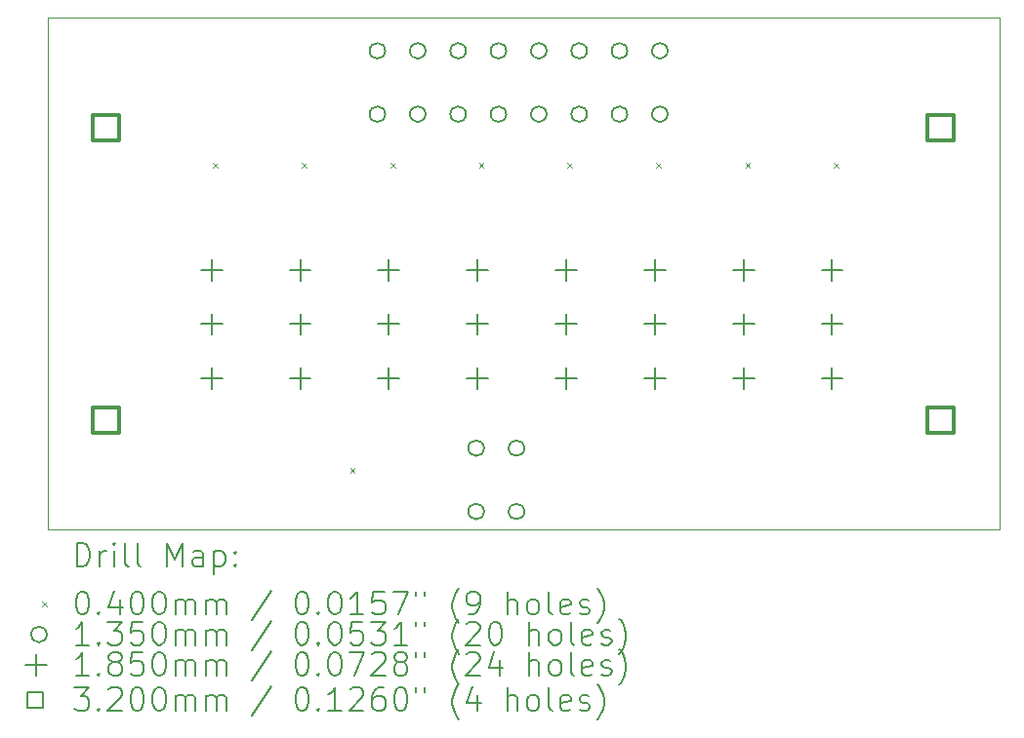
<source format=gbr>
%TF.GenerationSoftware,KiCad,Pcbnew,7.0.7*%
%TF.CreationDate,2023-09-05T00:15:27-07:00*%
%TF.ProjectId,Power Supply Board Ground Systems V1.1,506f7765-7220-4537-9570-706c7920426f,rev?*%
%TF.SameCoordinates,Original*%
%TF.FileFunction,Drillmap*%
%TF.FilePolarity,Positive*%
%FSLAX45Y45*%
G04 Gerber Fmt 4.5, Leading zero omitted, Abs format (unit mm)*
G04 Created by KiCad (PCBNEW 7.0.7) date 2023-09-05 00:15:27*
%MOMM*%
%LPD*%
G01*
G04 APERTURE LIST*
%ADD10C,0.100000*%
%ADD11C,0.200000*%
%ADD12C,0.040000*%
%ADD13C,0.135000*%
%ADD14C,0.185000*%
%ADD15C,0.320000*%
G04 APERTURE END LIST*
D10*
X2540000Y-2540000D02*
X10795000Y-2540000D01*
X10795000Y-6985000D01*
X2540000Y-6985000D01*
X2540000Y-2540000D01*
D11*
D12*
X3976340Y-3797700D02*
X4016340Y-3837700D01*
X4016340Y-3797700D02*
X3976340Y-3837700D01*
X4745960Y-3797700D02*
X4785960Y-3837700D01*
X4785960Y-3797700D02*
X4745960Y-3837700D01*
X5166750Y-6452000D02*
X5206750Y-6492000D01*
X5206750Y-6452000D02*
X5166750Y-6492000D01*
X5515580Y-3797700D02*
X5555580Y-3837700D01*
X5555580Y-3797700D02*
X5515580Y-3837700D01*
X6282660Y-3797700D02*
X6322660Y-3837700D01*
X6322660Y-3797700D02*
X6282660Y-3837700D01*
X7052280Y-3797700D02*
X7092280Y-3837700D01*
X7092280Y-3797700D02*
X7052280Y-3837700D01*
X7821900Y-3797700D02*
X7861900Y-3837700D01*
X7861900Y-3797700D02*
X7821900Y-3837700D01*
X8594060Y-3797700D02*
X8634060Y-3837700D01*
X8634060Y-3797700D02*
X8594060Y-3837700D01*
X9363680Y-3797700D02*
X9403680Y-3837700D01*
X9403680Y-3797700D02*
X9363680Y-3837700D01*
D13*
X5470080Y-2825660D02*
G75*
G03*
X5470080Y-2825660I-67500J0D01*
G01*
X5470080Y-3375660D02*
G75*
G03*
X5470080Y-3375660I-67500J0D01*
G01*
X5820080Y-2825660D02*
G75*
G03*
X5820080Y-2825660I-67500J0D01*
G01*
X5820080Y-3375660D02*
G75*
G03*
X5820080Y-3375660I-67500J0D01*
G01*
X6170080Y-2825660D02*
G75*
G03*
X6170080Y-2825660I-67500J0D01*
G01*
X6170080Y-3375660D02*
G75*
G03*
X6170080Y-3375660I-67500J0D01*
G01*
X6326500Y-6276000D02*
G75*
G03*
X6326500Y-6276000I-67500J0D01*
G01*
X6326500Y-6826000D02*
G75*
G03*
X6326500Y-6826000I-67500J0D01*
G01*
X6520080Y-2825660D02*
G75*
G03*
X6520080Y-2825660I-67500J0D01*
G01*
X6520080Y-3375660D02*
G75*
G03*
X6520080Y-3375660I-67500J0D01*
G01*
X6676500Y-6276000D02*
G75*
G03*
X6676500Y-6276000I-67500J0D01*
G01*
X6676500Y-6826000D02*
G75*
G03*
X6676500Y-6826000I-67500J0D01*
G01*
X6870080Y-2825660D02*
G75*
G03*
X6870080Y-2825660I-67500J0D01*
G01*
X6870080Y-3375660D02*
G75*
G03*
X6870080Y-3375660I-67500J0D01*
G01*
X7220080Y-2825660D02*
G75*
G03*
X7220080Y-2825660I-67500J0D01*
G01*
X7220080Y-3375660D02*
G75*
G03*
X7220080Y-3375660I-67500J0D01*
G01*
X7570080Y-2825660D02*
G75*
G03*
X7570080Y-2825660I-67500J0D01*
G01*
X7570080Y-3375660D02*
G75*
G03*
X7570080Y-3375660I-67500J0D01*
G01*
X7920080Y-2825660D02*
G75*
G03*
X7920080Y-2825660I-67500J0D01*
G01*
X7920080Y-3375660D02*
G75*
G03*
X7920080Y-3375660I-67500J0D01*
G01*
D14*
X3964197Y-4636480D02*
X3964197Y-4821480D01*
X3871697Y-4728980D02*
X4056697Y-4728980D01*
X3964197Y-5106480D02*
X3964197Y-5291480D01*
X3871697Y-5198980D02*
X4056697Y-5198980D01*
X3964197Y-5576480D02*
X3964197Y-5761480D01*
X3871697Y-5668980D02*
X4056697Y-5668980D01*
X4733092Y-4636480D02*
X4733092Y-4821480D01*
X4640592Y-4728980D02*
X4825592Y-4728980D01*
X4733092Y-5106480D02*
X4733092Y-5291480D01*
X4640592Y-5198980D02*
X4825592Y-5198980D01*
X4733092Y-5576480D02*
X4733092Y-5761480D01*
X4640592Y-5668980D02*
X4825592Y-5668980D01*
X5501986Y-4636480D02*
X5501986Y-4821480D01*
X5409486Y-4728980D02*
X5594486Y-4728980D01*
X5501986Y-5106480D02*
X5501986Y-5291480D01*
X5409486Y-5198980D02*
X5594486Y-5198980D01*
X5501986Y-5576480D02*
X5501986Y-5761480D01*
X5409486Y-5668980D02*
X5594486Y-5668980D01*
X6270880Y-4636480D02*
X6270880Y-4821480D01*
X6178380Y-4728980D02*
X6363380Y-4728980D01*
X6270880Y-5106480D02*
X6270880Y-5291480D01*
X6178380Y-5198980D02*
X6363380Y-5198980D01*
X6270880Y-5576480D02*
X6270880Y-5761480D01*
X6178380Y-5668980D02*
X6363380Y-5668980D01*
X7039774Y-4636480D02*
X7039774Y-4821480D01*
X6947274Y-4728980D02*
X7132274Y-4728980D01*
X7039774Y-5106480D02*
X7039774Y-5291480D01*
X6947274Y-5198980D02*
X7132274Y-5198980D01*
X7039774Y-5576480D02*
X7039774Y-5761480D01*
X6947274Y-5668980D02*
X7132274Y-5668980D01*
X7808668Y-4636480D02*
X7808668Y-4821480D01*
X7716168Y-4728980D02*
X7901168Y-4728980D01*
X7808668Y-5106480D02*
X7808668Y-5291480D01*
X7716168Y-5198980D02*
X7901168Y-5198980D01*
X7808668Y-5576480D02*
X7808668Y-5761480D01*
X7716168Y-5668980D02*
X7901168Y-5668980D01*
X8577563Y-4636480D02*
X8577563Y-4821480D01*
X8485063Y-4728980D02*
X8670063Y-4728980D01*
X8577563Y-5106480D02*
X8577563Y-5291480D01*
X8485063Y-5198980D02*
X8670063Y-5198980D01*
X8577563Y-5576480D02*
X8577563Y-5761480D01*
X8485063Y-5668980D02*
X8670063Y-5668980D01*
X9346457Y-4636480D02*
X9346457Y-4821480D01*
X9253957Y-4728980D02*
X9438957Y-4728980D01*
X9346457Y-5106480D02*
X9346457Y-5291480D01*
X9253957Y-5198980D02*
X9438957Y-5198980D01*
X9346457Y-5576480D02*
X9346457Y-5761480D01*
X9253957Y-5668980D02*
X9438957Y-5668980D01*
D15*
X3161138Y-3605638D02*
X3161138Y-3379362D01*
X2934862Y-3379362D01*
X2934862Y-3605638D01*
X3161138Y-3605638D01*
X3161138Y-6145638D02*
X3161138Y-5919362D01*
X2934862Y-5919362D01*
X2934862Y-6145638D01*
X3161138Y-6145638D01*
X10400138Y-3605638D02*
X10400138Y-3379362D01*
X10173862Y-3379362D01*
X10173862Y-3605638D01*
X10400138Y-3605638D01*
X10400138Y-6145638D02*
X10400138Y-5919362D01*
X10173862Y-5919362D01*
X10173862Y-6145638D01*
X10400138Y-6145638D01*
D11*
X2795777Y-7301484D02*
X2795777Y-7101484D01*
X2795777Y-7101484D02*
X2843396Y-7101484D01*
X2843396Y-7101484D02*
X2871967Y-7111008D01*
X2871967Y-7111008D02*
X2891015Y-7130055D01*
X2891015Y-7130055D02*
X2900539Y-7149103D01*
X2900539Y-7149103D02*
X2910062Y-7187198D01*
X2910062Y-7187198D02*
X2910062Y-7215769D01*
X2910062Y-7215769D02*
X2900539Y-7253865D01*
X2900539Y-7253865D02*
X2891015Y-7272912D01*
X2891015Y-7272912D02*
X2871967Y-7291960D01*
X2871967Y-7291960D02*
X2843396Y-7301484D01*
X2843396Y-7301484D02*
X2795777Y-7301484D01*
X2995777Y-7301484D02*
X2995777Y-7168150D01*
X2995777Y-7206246D02*
X3005301Y-7187198D01*
X3005301Y-7187198D02*
X3014824Y-7177674D01*
X3014824Y-7177674D02*
X3033872Y-7168150D01*
X3033872Y-7168150D02*
X3052920Y-7168150D01*
X3119586Y-7301484D02*
X3119586Y-7168150D01*
X3119586Y-7101484D02*
X3110062Y-7111008D01*
X3110062Y-7111008D02*
X3119586Y-7120531D01*
X3119586Y-7120531D02*
X3129110Y-7111008D01*
X3129110Y-7111008D02*
X3119586Y-7101484D01*
X3119586Y-7101484D02*
X3119586Y-7120531D01*
X3243396Y-7301484D02*
X3224348Y-7291960D01*
X3224348Y-7291960D02*
X3214824Y-7272912D01*
X3214824Y-7272912D02*
X3214824Y-7101484D01*
X3348158Y-7301484D02*
X3329110Y-7291960D01*
X3329110Y-7291960D02*
X3319586Y-7272912D01*
X3319586Y-7272912D02*
X3319586Y-7101484D01*
X3576729Y-7301484D02*
X3576729Y-7101484D01*
X3576729Y-7101484D02*
X3643396Y-7244341D01*
X3643396Y-7244341D02*
X3710062Y-7101484D01*
X3710062Y-7101484D02*
X3710062Y-7301484D01*
X3891015Y-7301484D02*
X3891015Y-7196722D01*
X3891015Y-7196722D02*
X3881491Y-7177674D01*
X3881491Y-7177674D02*
X3862443Y-7168150D01*
X3862443Y-7168150D02*
X3824348Y-7168150D01*
X3824348Y-7168150D02*
X3805301Y-7177674D01*
X3891015Y-7291960D02*
X3871967Y-7301484D01*
X3871967Y-7301484D02*
X3824348Y-7301484D01*
X3824348Y-7301484D02*
X3805301Y-7291960D01*
X3805301Y-7291960D02*
X3795777Y-7272912D01*
X3795777Y-7272912D02*
X3795777Y-7253865D01*
X3795777Y-7253865D02*
X3805301Y-7234817D01*
X3805301Y-7234817D02*
X3824348Y-7225293D01*
X3824348Y-7225293D02*
X3871967Y-7225293D01*
X3871967Y-7225293D02*
X3891015Y-7215769D01*
X3986253Y-7168150D02*
X3986253Y-7368150D01*
X3986253Y-7177674D02*
X4005301Y-7168150D01*
X4005301Y-7168150D02*
X4043396Y-7168150D01*
X4043396Y-7168150D02*
X4062443Y-7177674D01*
X4062443Y-7177674D02*
X4071967Y-7187198D01*
X4071967Y-7187198D02*
X4081491Y-7206246D01*
X4081491Y-7206246D02*
X4081491Y-7263388D01*
X4081491Y-7263388D02*
X4071967Y-7282436D01*
X4071967Y-7282436D02*
X4062443Y-7291960D01*
X4062443Y-7291960D02*
X4043396Y-7301484D01*
X4043396Y-7301484D02*
X4005301Y-7301484D01*
X4005301Y-7301484D02*
X3986253Y-7291960D01*
X4167205Y-7282436D02*
X4176729Y-7291960D01*
X4176729Y-7291960D02*
X4167205Y-7301484D01*
X4167205Y-7301484D02*
X4157682Y-7291960D01*
X4157682Y-7291960D02*
X4167205Y-7282436D01*
X4167205Y-7282436D02*
X4167205Y-7301484D01*
X4167205Y-7177674D02*
X4176729Y-7187198D01*
X4176729Y-7187198D02*
X4167205Y-7196722D01*
X4167205Y-7196722D02*
X4157682Y-7187198D01*
X4157682Y-7187198D02*
X4167205Y-7177674D01*
X4167205Y-7177674D02*
X4167205Y-7196722D01*
D12*
X2495000Y-7610000D02*
X2535000Y-7650000D01*
X2535000Y-7610000D02*
X2495000Y-7650000D01*
D11*
X2833872Y-7521484D02*
X2852920Y-7521484D01*
X2852920Y-7521484D02*
X2871967Y-7531008D01*
X2871967Y-7531008D02*
X2881491Y-7540531D01*
X2881491Y-7540531D02*
X2891015Y-7559579D01*
X2891015Y-7559579D02*
X2900539Y-7597674D01*
X2900539Y-7597674D02*
X2900539Y-7645293D01*
X2900539Y-7645293D02*
X2891015Y-7683388D01*
X2891015Y-7683388D02*
X2881491Y-7702436D01*
X2881491Y-7702436D02*
X2871967Y-7711960D01*
X2871967Y-7711960D02*
X2852920Y-7721484D01*
X2852920Y-7721484D02*
X2833872Y-7721484D01*
X2833872Y-7721484D02*
X2814824Y-7711960D01*
X2814824Y-7711960D02*
X2805301Y-7702436D01*
X2805301Y-7702436D02*
X2795777Y-7683388D01*
X2795777Y-7683388D02*
X2786253Y-7645293D01*
X2786253Y-7645293D02*
X2786253Y-7597674D01*
X2786253Y-7597674D02*
X2795777Y-7559579D01*
X2795777Y-7559579D02*
X2805301Y-7540531D01*
X2805301Y-7540531D02*
X2814824Y-7531008D01*
X2814824Y-7531008D02*
X2833872Y-7521484D01*
X2986253Y-7702436D02*
X2995777Y-7711960D01*
X2995777Y-7711960D02*
X2986253Y-7721484D01*
X2986253Y-7721484D02*
X2976729Y-7711960D01*
X2976729Y-7711960D02*
X2986253Y-7702436D01*
X2986253Y-7702436D02*
X2986253Y-7721484D01*
X3167205Y-7588150D02*
X3167205Y-7721484D01*
X3119586Y-7511960D02*
X3071967Y-7654817D01*
X3071967Y-7654817D02*
X3195777Y-7654817D01*
X3310062Y-7521484D02*
X3329110Y-7521484D01*
X3329110Y-7521484D02*
X3348158Y-7531008D01*
X3348158Y-7531008D02*
X3357682Y-7540531D01*
X3357682Y-7540531D02*
X3367205Y-7559579D01*
X3367205Y-7559579D02*
X3376729Y-7597674D01*
X3376729Y-7597674D02*
X3376729Y-7645293D01*
X3376729Y-7645293D02*
X3367205Y-7683388D01*
X3367205Y-7683388D02*
X3357682Y-7702436D01*
X3357682Y-7702436D02*
X3348158Y-7711960D01*
X3348158Y-7711960D02*
X3329110Y-7721484D01*
X3329110Y-7721484D02*
X3310062Y-7721484D01*
X3310062Y-7721484D02*
X3291015Y-7711960D01*
X3291015Y-7711960D02*
X3281491Y-7702436D01*
X3281491Y-7702436D02*
X3271967Y-7683388D01*
X3271967Y-7683388D02*
X3262443Y-7645293D01*
X3262443Y-7645293D02*
X3262443Y-7597674D01*
X3262443Y-7597674D02*
X3271967Y-7559579D01*
X3271967Y-7559579D02*
X3281491Y-7540531D01*
X3281491Y-7540531D02*
X3291015Y-7531008D01*
X3291015Y-7531008D02*
X3310062Y-7521484D01*
X3500539Y-7521484D02*
X3519586Y-7521484D01*
X3519586Y-7521484D02*
X3538634Y-7531008D01*
X3538634Y-7531008D02*
X3548158Y-7540531D01*
X3548158Y-7540531D02*
X3557682Y-7559579D01*
X3557682Y-7559579D02*
X3567205Y-7597674D01*
X3567205Y-7597674D02*
X3567205Y-7645293D01*
X3567205Y-7645293D02*
X3557682Y-7683388D01*
X3557682Y-7683388D02*
X3548158Y-7702436D01*
X3548158Y-7702436D02*
X3538634Y-7711960D01*
X3538634Y-7711960D02*
X3519586Y-7721484D01*
X3519586Y-7721484D02*
X3500539Y-7721484D01*
X3500539Y-7721484D02*
X3481491Y-7711960D01*
X3481491Y-7711960D02*
X3471967Y-7702436D01*
X3471967Y-7702436D02*
X3462443Y-7683388D01*
X3462443Y-7683388D02*
X3452920Y-7645293D01*
X3452920Y-7645293D02*
X3452920Y-7597674D01*
X3452920Y-7597674D02*
X3462443Y-7559579D01*
X3462443Y-7559579D02*
X3471967Y-7540531D01*
X3471967Y-7540531D02*
X3481491Y-7531008D01*
X3481491Y-7531008D02*
X3500539Y-7521484D01*
X3652920Y-7721484D02*
X3652920Y-7588150D01*
X3652920Y-7607198D02*
X3662443Y-7597674D01*
X3662443Y-7597674D02*
X3681491Y-7588150D01*
X3681491Y-7588150D02*
X3710063Y-7588150D01*
X3710063Y-7588150D02*
X3729110Y-7597674D01*
X3729110Y-7597674D02*
X3738634Y-7616722D01*
X3738634Y-7616722D02*
X3738634Y-7721484D01*
X3738634Y-7616722D02*
X3748158Y-7597674D01*
X3748158Y-7597674D02*
X3767205Y-7588150D01*
X3767205Y-7588150D02*
X3795777Y-7588150D01*
X3795777Y-7588150D02*
X3814824Y-7597674D01*
X3814824Y-7597674D02*
X3824348Y-7616722D01*
X3824348Y-7616722D02*
X3824348Y-7721484D01*
X3919586Y-7721484D02*
X3919586Y-7588150D01*
X3919586Y-7607198D02*
X3929110Y-7597674D01*
X3929110Y-7597674D02*
X3948158Y-7588150D01*
X3948158Y-7588150D02*
X3976729Y-7588150D01*
X3976729Y-7588150D02*
X3995777Y-7597674D01*
X3995777Y-7597674D02*
X4005301Y-7616722D01*
X4005301Y-7616722D02*
X4005301Y-7721484D01*
X4005301Y-7616722D02*
X4014824Y-7597674D01*
X4014824Y-7597674D02*
X4033872Y-7588150D01*
X4033872Y-7588150D02*
X4062443Y-7588150D01*
X4062443Y-7588150D02*
X4081491Y-7597674D01*
X4081491Y-7597674D02*
X4091015Y-7616722D01*
X4091015Y-7616722D02*
X4091015Y-7721484D01*
X4481491Y-7511960D02*
X4310063Y-7769103D01*
X4738634Y-7521484D02*
X4757682Y-7521484D01*
X4757682Y-7521484D02*
X4776729Y-7531008D01*
X4776729Y-7531008D02*
X4786253Y-7540531D01*
X4786253Y-7540531D02*
X4795777Y-7559579D01*
X4795777Y-7559579D02*
X4805301Y-7597674D01*
X4805301Y-7597674D02*
X4805301Y-7645293D01*
X4805301Y-7645293D02*
X4795777Y-7683388D01*
X4795777Y-7683388D02*
X4786253Y-7702436D01*
X4786253Y-7702436D02*
X4776729Y-7711960D01*
X4776729Y-7711960D02*
X4757682Y-7721484D01*
X4757682Y-7721484D02*
X4738634Y-7721484D01*
X4738634Y-7721484D02*
X4719587Y-7711960D01*
X4719587Y-7711960D02*
X4710063Y-7702436D01*
X4710063Y-7702436D02*
X4700539Y-7683388D01*
X4700539Y-7683388D02*
X4691015Y-7645293D01*
X4691015Y-7645293D02*
X4691015Y-7597674D01*
X4691015Y-7597674D02*
X4700539Y-7559579D01*
X4700539Y-7559579D02*
X4710063Y-7540531D01*
X4710063Y-7540531D02*
X4719587Y-7531008D01*
X4719587Y-7531008D02*
X4738634Y-7521484D01*
X4891015Y-7702436D02*
X4900539Y-7711960D01*
X4900539Y-7711960D02*
X4891015Y-7721484D01*
X4891015Y-7721484D02*
X4881491Y-7711960D01*
X4881491Y-7711960D02*
X4891015Y-7702436D01*
X4891015Y-7702436D02*
X4891015Y-7721484D01*
X5024348Y-7521484D02*
X5043396Y-7521484D01*
X5043396Y-7521484D02*
X5062444Y-7531008D01*
X5062444Y-7531008D02*
X5071968Y-7540531D01*
X5071968Y-7540531D02*
X5081491Y-7559579D01*
X5081491Y-7559579D02*
X5091015Y-7597674D01*
X5091015Y-7597674D02*
X5091015Y-7645293D01*
X5091015Y-7645293D02*
X5081491Y-7683388D01*
X5081491Y-7683388D02*
X5071968Y-7702436D01*
X5071968Y-7702436D02*
X5062444Y-7711960D01*
X5062444Y-7711960D02*
X5043396Y-7721484D01*
X5043396Y-7721484D02*
X5024348Y-7721484D01*
X5024348Y-7721484D02*
X5005301Y-7711960D01*
X5005301Y-7711960D02*
X4995777Y-7702436D01*
X4995777Y-7702436D02*
X4986253Y-7683388D01*
X4986253Y-7683388D02*
X4976729Y-7645293D01*
X4976729Y-7645293D02*
X4976729Y-7597674D01*
X4976729Y-7597674D02*
X4986253Y-7559579D01*
X4986253Y-7559579D02*
X4995777Y-7540531D01*
X4995777Y-7540531D02*
X5005301Y-7531008D01*
X5005301Y-7531008D02*
X5024348Y-7521484D01*
X5281491Y-7721484D02*
X5167206Y-7721484D01*
X5224348Y-7721484D02*
X5224348Y-7521484D01*
X5224348Y-7521484D02*
X5205301Y-7550055D01*
X5205301Y-7550055D02*
X5186253Y-7569103D01*
X5186253Y-7569103D02*
X5167206Y-7578627D01*
X5462444Y-7521484D02*
X5367206Y-7521484D01*
X5367206Y-7521484D02*
X5357682Y-7616722D01*
X5357682Y-7616722D02*
X5367206Y-7607198D01*
X5367206Y-7607198D02*
X5386253Y-7597674D01*
X5386253Y-7597674D02*
X5433872Y-7597674D01*
X5433872Y-7597674D02*
X5452920Y-7607198D01*
X5452920Y-7607198D02*
X5462444Y-7616722D01*
X5462444Y-7616722D02*
X5471968Y-7635769D01*
X5471968Y-7635769D02*
X5471968Y-7683388D01*
X5471968Y-7683388D02*
X5462444Y-7702436D01*
X5462444Y-7702436D02*
X5452920Y-7711960D01*
X5452920Y-7711960D02*
X5433872Y-7721484D01*
X5433872Y-7721484D02*
X5386253Y-7721484D01*
X5386253Y-7721484D02*
X5367206Y-7711960D01*
X5367206Y-7711960D02*
X5357682Y-7702436D01*
X5538634Y-7521484D02*
X5671967Y-7521484D01*
X5671967Y-7521484D02*
X5586253Y-7721484D01*
X5738634Y-7521484D02*
X5738634Y-7559579D01*
X5814825Y-7521484D02*
X5814825Y-7559579D01*
X6110063Y-7797674D02*
X6100539Y-7788150D01*
X6100539Y-7788150D02*
X6081491Y-7759579D01*
X6081491Y-7759579D02*
X6071968Y-7740531D01*
X6071968Y-7740531D02*
X6062444Y-7711960D01*
X6062444Y-7711960D02*
X6052920Y-7664341D01*
X6052920Y-7664341D02*
X6052920Y-7626246D01*
X6052920Y-7626246D02*
X6062444Y-7578627D01*
X6062444Y-7578627D02*
X6071968Y-7550055D01*
X6071968Y-7550055D02*
X6081491Y-7531008D01*
X6081491Y-7531008D02*
X6100539Y-7502436D01*
X6100539Y-7502436D02*
X6110063Y-7492912D01*
X6195777Y-7721484D02*
X6233872Y-7721484D01*
X6233872Y-7721484D02*
X6252920Y-7711960D01*
X6252920Y-7711960D02*
X6262444Y-7702436D01*
X6262444Y-7702436D02*
X6281491Y-7673865D01*
X6281491Y-7673865D02*
X6291015Y-7635769D01*
X6291015Y-7635769D02*
X6291015Y-7559579D01*
X6291015Y-7559579D02*
X6281491Y-7540531D01*
X6281491Y-7540531D02*
X6271968Y-7531008D01*
X6271968Y-7531008D02*
X6252920Y-7521484D01*
X6252920Y-7521484D02*
X6214825Y-7521484D01*
X6214825Y-7521484D02*
X6195777Y-7531008D01*
X6195777Y-7531008D02*
X6186253Y-7540531D01*
X6186253Y-7540531D02*
X6176729Y-7559579D01*
X6176729Y-7559579D02*
X6176729Y-7607198D01*
X6176729Y-7607198D02*
X6186253Y-7626246D01*
X6186253Y-7626246D02*
X6195777Y-7635769D01*
X6195777Y-7635769D02*
X6214825Y-7645293D01*
X6214825Y-7645293D02*
X6252920Y-7645293D01*
X6252920Y-7645293D02*
X6271968Y-7635769D01*
X6271968Y-7635769D02*
X6281491Y-7626246D01*
X6281491Y-7626246D02*
X6291015Y-7607198D01*
X6529110Y-7721484D02*
X6529110Y-7521484D01*
X6614825Y-7721484D02*
X6614825Y-7616722D01*
X6614825Y-7616722D02*
X6605301Y-7597674D01*
X6605301Y-7597674D02*
X6586253Y-7588150D01*
X6586253Y-7588150D02*
X6557682Y-7588150D01*
X6557682Y-7588150D02*
X6538634Y-7597674D01*
X6538634Y-7597674D02*
X6529110Y-7607198D01*
X6738634Y-7721484D02*
X6719587Y-7711960D01*
X6719587Y-7711960D02*
X6710063Y-7702436D01*
X6710063Y-7702436D02*
X6700539Y-7683388D01*
X6700539Y-7683388D02*
X6700539Y-7626246D01*
X6700539Y-7626246D02*
X6710063Y-7607198D01*
X6710063Y-7607198D02*
X6719587Y-7597674D01*
X6719587Y-7597674D02*
X6738634Y-7588150D01*
X6738634Y-7588150D02*
X6767206Y-7588150D01*
X6767206Y-7588150D02*
X6786253Y-7597674D01*
X6786253Y-7597674D02*
X6795777Y-7607198D01*
X6795777Y-7607198D02*
X6805301Y-7626246D01*
X6805301Y-7626246D02*
X6805301Y-7683388D01*
X6805301Y-7683388D02*
X6795777Y-7702436D01*
X6795777Y-7702436D02*
X6786253Y-7711960D01*
X6786253Y-7711960D02*
X6767206Y-7721484D01*
X6767206Y-7721484D02*
X6738634Y-7721484D01*
X6919587Y-7721484D02*
X6900539Y-7711960D01*
X6900539Y-7711960D02*
X6891015Y-7692912D01*
X6891015Y-7692912D02*
X6891015Y-7521484D01*
X7071968Y-7711960D02*
X7052920Y-7721484D01*
X7052920Y-7721484D02*
X7014825Y-7721484D01*
X7014825Y-7721484D02*
X6995777Y-7711960D01*
X6995777Y-7711960D02*
X6986253Y-7692912D01*
X6986253Y-7692912D02*
X6986253Y-7616722D01*
X6986253Y-7616722D02*
X6995777Y-7597674D01*
X6995777Y-7597674D02*
X7014825Y-7588150D01*
X7014825Y-7588150D02*
X7052920Y-7588150D01*
X7052920Y-7588150D02*
X7071968Y-7597674D01*
X7071968Y-7597674D02*
X7081491Y-7616722D01*
X7081491Y-7616722D02*
X7081491Y-7635769D01*
X7081491Y-7635769D02*
X6986253Y-7654817D01*
X7157682Y-7711960D02*
X7176730Y-7721484D01*
X7176730Y-7721484D02*
X7214825Y-7721484D01*
X7214825Y-7721484D02*
X7233872Y-7711960D01*
X7233872Y-7711960D02*
X7243396Y-7692912D01*
X7243396Y-7692912D02*
X7243396Y-7683388D01*
X7243396Y-7683388D02*
X7233872Y-7664341D01*
X7233872Y-7664341D02*
X7214825Y-7654817D01*
X7214825Y-7654817D02*
X7186253Y-7654817D01*
X7186253Y-7654817D02*
X7167206Y-7645293D01*
X7167206Y-7645293D02*
X7157682Y-7626246D01*
X7157682Y-7626246D02*
X7157682Y-7616722D01*
X7157682Y-7616722D02*
X7167206Y-7597674D01*
X7167206Y-7597674D02*
X7186253Y-7588150D01*
X7186253Y-7588150D02*
X7214825Y-7588150D01*
X7214825Y-7588150D02*
X7233872Y-7597674D01*
X7310063Y-7797674D02*
X7319587Y-7788150D01*
X7319587Y-7788150D02*
X7338634Y-7759579D01*
X7338634Y-7759579D02*
X7348158Y-7740531D01*
X7348158Y-7740531D02*
X7357682Y-7711960D01*
X7357682Y-7711960D02*
X7367206Y-7664341D01*
X7367206Y-7664341D02*
X7367206Y-7626246D01*
X7367206Y-7626246D02*
X7357682Y-7578627D01*
X7357682Y-7578627D02*
X7348158Y-7550055D01*
X7348158Y-7550055D02*
X7338634Y-7531008D01*
X7338634Y-7531008D02*
X7319587Y-7502436D01*
X7319587Y-7502436D02*
X7310063Y-7492912D01*
D13*
X2535000Y-7894000D02*
G75*
G03*
X2535000Y-7894000I-67500J0D01*
G01*
D11*
X2900539Y-7985484D02*
X2786253Y-7985484D01*
X2843396Y-7985484D02*
X2843396Y-7785484D01*
X2843396Y-7785484D02*
X2824348Y-7814055D01*
X2824348Y-7814055D02*
X2805301Y-7833103D01*
X2805301Y-7833103D02*
X2786253Y-7842627D01*
X2986253Y-7966436D02*
X2995777Y-7975960D01*
X2995777Y-7975960D02*
X2986253Y-7985484D01*
X2986253Y-7985484D02*
X2976729Y-7975960D01*
X2976729Y-7975960D02*
X2986253Y-7966436D01*
X2986253Y-7966436D02*
X2986253Y-7985484D01*
X3062443Y-7785484D02*
X3186253Y-7785484D01*
X3186253Y-7785484D02*
X3119586Y-7861674D01*
X3119586Y-7861674D02*
X3148158Y-7861674D01*
X3148158Y-7861674D02*
X3167205Y-7871198D01*
X3167205Y-7871198D02*
X3176729Y-7880722D01*
X3176729Y-7880722D02*
X3186253Y-7899769D01*
X3186253Y-7899769D02*
X3186253Y-7947388D01*
X3186253Y-7947388D02*
X3176729Y-7966436D01*
X3176729Y-7966436D02*
X3167205Y-7975960D01*
X3167205Y-7975960D02*
X3148158Y-7985484D01*
X3148158Y-7985484D02*
X3091015Y-7985484D01*
X3091015Y-7985484D02*
X3071967Y-7975960D01*
X3071967Y-7975960D02*
X3062443Y-7966436D01*
X3367205Y-7785484D02*
X3271967Y-7785484D01*
X3271967Y-7785484D02*
X3262443Y-7880722D01*
X3262443Y-7880722D02*
X3271967Y-7871198D01*
X3271967Y-7871198D02*
X3291015Y-7861674D01*
X3291015Y-7861674D02*
X3338634Y-7861674D01*
X3338634Y-7861674D02*
X3357682Y-7871198D01*
X3357682Y-7871198D02*
X3367205Y-7880722D01*
X3367205Y-7880722D02*
X3376729Y-7899769D01*
X3376729Y-7899769D02*
X3376729Y-7947388D01*
X3376729Y-7947388D02*
X3367205Y-7966436D01*
X3367205Y-7966436D02*
X3357682Y-7975960D01*
X3357682Y-7975960D02*
X3338634Y-7985484D01*
X3338634Y-7985484D02*
X3291015Y-7985484D01*
X3291015Y-7985484D02*
X3271967Y-7975960D01*
X3271967Y-7975960D02*
X3262443Y-7966436D01*
X3500539Y-7785484D02*
X3519586Y-7785484D01*
X3519586Y-7785484D02*
X3538634Y-7795008D01*
X3538634Y-7795008D02*
X3548158Y-7804531D01*
X3548158Y-7804531D02*
X3557682Y-7823579D01*
X3557682Y-7823579D02*
X3567205Y-7861674D01*
X3567205Y-7861674D02*
X3567205Y-7909293D01*
X3567205Y-7909293D02*
X3557682Y-7947388D01*
X3557682Y-7947388D02*
X3548158Y-7966436D01*
X3548158Y-7966436D02*
X3538634Y-7975960D01*
X3538634Y-7975960D02*
X3519586Y-7985484D01*
X3519586Y-7985484D02*
X3500539Y-7985484D01*
X3500539Y-7985484D02*
X3481491Y-7975960D01*
X3481491Y-7975960D02*
X3471967Y-7966436D01*
X3471967Y-7966436D02*
X3462443Y-7947388D01*
X3462443Y-7947388D02*
X3452920Y-7909293D01*
X3452920Y-7909293D02*
X3452920Y-7861674D01*
X3452920Y-7861674D02*
X3462443Y-7823579D01*
X3462443Y-7823579D02*
X3471967Y-7804531D01*
X3471967Y-7804531D02*
X3481491Y-7795008D01*
X3481491Y-7795008D02*
X3500539Y-7785484D01*
X3652920Y-7985484D02*
X3652920Y-7852150D01*
X3652920Y-7871198D02*
X3662443Y-7861674D01*
X3662443Y-7861674D02*
X3681491Y-7852150D01*
X3681491Y-7852150D02*
X3710063Y-7852150D01*
X3710063Y-7852150D02*
X3729110Y-7861674D01*
X3729110Y-7861674D02*
X3738634Y-7880722D01*
X3738634Y-7880722D02*
X3738634Y-7985484D01*
X3738634Y-7880722D02*
X3748158Y-7861674D01*
X3748158Y-7861674D02*
X3767205Y-7852150D01*
X3767205Y-7852150D02*
X3795777Y-7852150D01*
X3795777Y-7852150D02*
X3814824Y-7861674D01*
X3814824Y-7861674D02*
X3824348Y-7880722D01*
X3824348Y-7880722D02*
X3824348Y-7985484D01*
X3919586Y-7985484D02*
X3919586Y-7852150D01*
X3919586Y-7871198D02*
X3929110Y-7861674D01*
X3929110Y-7861674D02*
X3948158Y-7852150D01*
X3948158Y-7852150D02*
X3976729Y-7852150D01*
X3976729Y-7852150D02*
X3995777Y-7861674D01*
X3995777Y-7861674D02*
X4005301Y-7880722D01*
X4005301Y-7880722D02*
X4005301Y-7985484D01*
X4005301Y-7880722D02*
X4014824Y-7861674D01*
X4014824Y-7861674D02*
X4033872Y-7852150D01*
X4033872Y-7852150D02*
X4062443Y-7852150D01*
X4062443Y-7852150D02*
X4081491Y-7861674D01*
X4081491Y-7861674D02*
X4091015Y-7880722D01*
X4091015Y-7880722D02*
X4091015Y-7985484D01*
X4481491Y-7775960D02*
X4310063Y-8033103D01*
X4738634Y-7785484D02*
X4757682Y-7785484D01*
X4757682Y-7785484D02*
X4776729Y-7795008D01*
X4776729Y-7795008D02*
X4786253Y-7804531D01*
X4786253Y-7804531D02*
X4795777Y-7823579D01*
X4795777Y-7823579D02*
X4805301Y-7861674D01*
X4805301Y-7861674D02*
X4805301Y-7909293D01*
X4805301Y-7909293D02*
X4795777Y-7947388D01*
X4795777Y-7947388D02*
X4786253Y-7966436D01*
X4786253Y-7966436D02*
X4776729Y-7975960D01*
X4776729Y-7975960D02*
X4757682Y-7985484D01*
X4757682Y-7985484D02*
X4738634Y-7985484D01*
X4738634Y-7985484D02*
X4719587Y-7975960D01*
X4719587Y-7975960D02*
X4710063Y-7966436D01*
X4710063Y-7966436D02*
X4700539Y-7947388D01*
X4700539Y-7947388D02*
X4691015Y-7909293D01*
X4691015Y-7909293D02*
X4691015Y-7861674D01*
X4691015Y-7861674D02*
X4700539Y-7823579D01*
X4700539Y-7823579D02*
X4710063Y-7804531D01*
X4710063Y-7804531D02*
X4719587Y-7795008D01*
X4719587Y-7795008D02*
X4738634Y-7785484D01*
X4891015Y-7966436D02*
X4900539Y-7975960D01*
X4900539Y-7975960D02*
X4891015Y-7985484D01*
X4891015Y-7985484D02*
X4881491Y-7975960D01*
X4881491Y-7975960D02*
X4891015Y-7966436D01*
X4891015Y-7966436D02*
X4891015Y-7985484D01*
X5024348Y-7785484D02*
X5043396Y-7785484D01*
X5043396Y-7785484D02*
X5062444Y-7795008D01*
X5062444Y-7795008D02*
X5071968Y-7804531D01*
X5071968Y-7804531D02*
X5081491Y-7823579D01*
X5081491Y-7823579D02*
X5091015Y-7861674D01*
X5091015Y-7861674D02*
X5091015Y-7909293D01*
X5091015Y-7909293D02*
X5081491Y-7947388D01*
X5081491Y-7947388D02*
X5071968Y-7966436D01*
X5071968Y-7966436D02*
X5062444Y-7975960D01*
X5062444Y-7975960D02*
X5043396Y-7985484D01*
X5043396Y-7985484D02*
X5024348Y-7985484D01*
X5024348Y-7985484D02*
X5005301Y-7975960D01*
X5005301Y-7975960D02*
X4995777Y-7966436D01*
X4995777Y-7966436D02*
X4986253Y-7947388D01*
X4986253Y-7947388D02*
X4976729Y-7909293D01*
X4976729Y-7909293D02*
X4976729Y-7861674D01*
X4976729Y-7861674D02*
X4986253Y-7823579D01*
X4986253Y-7823579D02*
X4995777Y-7804531D01*
X4995777Y-7804531D02*
X5005301Y-7795008D01*
X5005301Y-7795008D02*
X5024348Y-7785484D01*
X5271968Y-7785484D02*
X5176729Y-7785484D01*
X5176729Y-7785484D02*
X5167206Y-7880722D01*
X5167206Y-7880722D02*
X5176729Y-7871198D01*
X5176729Y-7871198D02*
X5195777Y-7861674D01*
X5195777Y-7861674D02*
X5243396Y-7861674D01*
X5243396Y-7861674D02*
X5262444Y-7871198D01*
X5262444Y-7871198D02*
X5271968Y-7880722D01*
X5271968Y-7880722D02*
X5281491Y-7899769D01*
X5281491Y-7899769D02*
X5281491Y-7947388D01*
X5281491Y-7947388D02*
X5271968Y-7966436D01*
X5271968Y-7966436D02*
X5262444Y-7975960D01*
X5262444Y-7975960D02*
X5243396Y-7985484D01*
X5243396Y-7985484D02*
X5195777Y-7985484D01*
X5195777Y-7985484D02*
X5176729Y-7975960D01*
X5176729Y-7975960D02*
X5167206Y-7966436D01*
X5348158Y-7785484D02*
X5471968Y-7785484D01*
X5471968Y-7785484D02*
X5405301Y-7861674D01*
X5405301Y-7861674D02*
X5433872Y-7861674D01*
X5433872Y-7861674D02*
X5452920Y-7871198D01*
X5452920Y-7871198D02*
X5462444Y-7880722D01*
X5462444Y-7880722D02*
X5471968Y-7899769D01*
X5471968Y-7899769D02*
X5471968Y-7947388D01*
X5471968Y-7947388D02*
X5462444Y-7966436D01*
X5462444Y-7966436D02*
X5452920Y-7975960D01*
X5452920Y-7975960D02*
X5433872Y-7985484D01*
X5433872Y-7985484D02*
X5376729Y-7985484D01*
X5376729Y-7985484D02*
X5357682Y-7975960D01*
X5357682Y-7975960D02*
X5348158Y-7966436D01*
X5662444Y-7985484D02*
X5548158Y-7985484D01*
X5605301Y-7985484D02*
X5605301Y-7785484D01*
X5605301Y-7785484D02*
X5586253Y-7814055D01*
X5586253Y-7814055D02*
X5567206Y-7833103D01*
X5567206Y-7833103D02*
X5548158Y-7842627D01*
X5738634Y-7785484D02*
X5738634Y-7823579D01*
X5814825Y-7785484D02*
X5814825Y-7823579D01*
X6110063Y-8061674D02*
X6100539Y-8052150D01*
X6100539Y-8052150D02*
X6081491Y-8023579D01*
X6081491Y-8023579D02*
X6071968Y-8004531D01*
X6071968Y-8004531D02*
X6062444Y-7975960D01*
X6062444Y-7975960D02*
X6052920Y-7928341D01*
X6052920Y-7928341D02*
X6052920Y-7890246D01*
X6052920Y-7890246D02*
X6062444Y-7842627D01*
X6062444Y-7842627D02*
X6071968Y-7814055D01*
X6071968Y-7814055D02*
X6081491Y-7795008D01*
X6081491Y-7795008D02*
X6100539Y-7766436D01*
X6100539Y-7766436D02*
X6110063Y-7756912D01*
X6176729Y-7804531D02*
X6186253Y-7795008D01*
X6186253Y-7795008D02*
X6205301Y-7785484D01*
X6205301Y-7785484D02*
X6252920Y-7785484D01*
X6252920Y-7785484D02*
X6271968Y-7795008D01*
X6271968Y-7795008D02*
X6281491Y-7804531D01*
X6281491Y-7804531D02*
X6291015Y-7823579D01*
X6291015Y-7823579D02*
X6291015Y-7842627D01*
X6291015Y-7842627D02*
X6281491Y-7871198D01*
X6281491Y-7871198D02*
X6167206Y-7985484D01*
X6167206Y-7985484D02*
X6291015Y-7985484D01*
X6414825Y-7785484D02*
X6433872Y-7785484D01*
X6433872Y-7785484D02*
X6452920Y-7795008D01*
X6452920Y-7795008D02*
X6462444Y-7804531D01*
X6462444Y-7804531D02*
X6471968Y-7823579D01*
X6471968Y-7823579D02*
X6481491Y-7861674D01*
X6481491Y-7861674D02*
X6481491Y-7909293D01*
X6481491Y-7909293D02*
X6471968Y-7947388D01*
X6471968Y-7947388D02*
X6462444Y-7966436D01*
X6462444Y-7966436D02*
X6452920Y-7975960D01*
X6452920Y-7975960D02*
X6433872Y-7985484D01*
X6433872Y-7985484D02*
X6414825Y-7985484D01*
X6414825Y-7985484D02*
X6395777Y-7975960D01*
X6395777Y-7975960D02*
X6386253Y-7966436D01*
X6386253Y-7966436D02*
X6376729Y-7947388D01*
X6376729Y-7947388D02*
X6367206Y-7909293D01*
X6367206Y-7909293D02*
X6367206Y-7861674D01*
X6367206Y-7861674D02*
X6376729Y-7823579D01*
X6376729Y-7823579D02*
X6386253Y-7804531D01*
X6386253Y-7804531D02*
X6395777Y-7795008D01*
X6395777Y-7795008D02*
X6414825Y-7785484D01*
X6719587Y-7985484D02*
X6719587Y-7785484D01*
X6805301Y-7985484D02*
X6805301Y-7880722D01*
X6805301Y-7880722D02*
X6795777Y-7861674D01*
X6795777Y-7861674D02*
X6776730Y-7852150D01*
X6776730Y-7852150D02*
X6748158Y-7852150D01*
X6748158Y-7852150D02*
X6729110Y-7861674D01*
X6729110Y-7861674D02*
X6719587Y-7871198D01*
X6929110Y-7985484D02*
X6910063Y-7975960D01*
X6910063Y-7975960D02*
X6900539Y-7966436D01*
X6900539Y-7966436D02*
X6891015Y-7947388D01*
X6891015Y-7947388D02*
X6891015Y-7890246D01*
X6891015Y-7890246D02*
X6900539Y-7871198D01*
X6900539Y-7871198D02*
X6910063Y-7861674D01*
X6910063Y-7861674D02*
X6929110Y-7852150D01*
X6929110Y-7852150D02*
X6957682Y-7852150D01*
X6957682Y-7852150D02*
X6976730Y-7861674D01*
X6976730Y-7861674D02*
X6986253Y-7871198D01*
X6986253Y-7871198D02*
X6995777Y-7890246D01*
X6995777Y-7890246D02*
X6995777Y-7947388D01*
X6995777Y-7947388D02*
X6986253Y-7966436D01*
X6986253Y-7966436D02*
X6976730Y-7975960D01*
X6976730Y-7975960D02*
X6957682Y-7985484D01*
X6957682Y-7985484D02*
X6929110Y-7985484D01*
X7110063Y-7985484D02*
X7091015Y-7975960D01*
X7091015Y-7975960D02*
X7081491Y-7956912D01*
X7081491Y-7956912D02*
X7081491Y-7785484D01*
X7262444Y-7975960D02*
X7243396Y-7985484D01*
X7243396Y-7985484D02*
X7205301Y-7985484D01*
X7205301Y-7985484D02*
X7186253Y-7975960D01*
X7186253Y-7975960D02*
X7176730Y-7956912D01*
X7176730Y-7956912D02*
X7176730Y-7880722D01*
X7176730Y-7880722D02*
X7186253Y-7861674D01*
X7186253Y-7861674D02*
X7205301Y-7852150D01*
X7205301Y-7852150D02*
X7243396Y-7852150D01*
X7243396Y-7852150D02*
X7262444Y-7861674D01*
X7262444Y-7861674D02*
X7271968Y-7880722D01*
X7271968Y-7880722D02*
X7271968Y-7899769D01*
X7271968Y-7899769D02*
X7176730Y-7918817D01*
X7348158Y-7975960D02*
X7367206Y-7985484D01*
X7367206Y-7985484D02*
X7405301Y-7985484D01*
X7405301Y-7985484D02*
X7424349Y-7975960D01*
X7424349Y-7975960D02*
X7433872Y-7956912D01*
X7433872Y-7956912D02*
X7433872Y-7947388D01*
X7433872Y-7947388D02*
X7424349Y-7928341D01*
X7424349Y-7928341D02*
X7405301Y-7918817D01*
X7405301Y-7918817D02*
X7376730Y-7918817D01*
X7376730Y-7918817D02*
X7357682Y-7909293D01*
X7357682Y-7909293D02*
X7348158Y-7890246D01*
X7348158Y-7890246D02*
X7348158Y-7880722D01*
X7348158Y-7880722D02*
X7357682Y-7861674D01*
X7357682Y-7861674D02*
X7376730Y-7852150D01*
X7376730Y-7852150D02*
X7405301Y-7852150D01*
X7405301Y-7852150D02*
X7424349Y-7861674D01*
X7500539Y-8061674D02*
X7510063Y-8052150D01*
X7510063Y-8052150D02*
X7529111Y-8023579D01*
X7529111Y-8023579D02*
X7538634Y-8004531D01*
X7538634Y-8004531D02*
X7548158Y-7975960D01*
X7548158Y-7975960D02*
X7557682Y-7928341D01*
X7557682Y-7928341D02*
X7557682Y-7890246D01*
X7557682Y-7890246D02*
X7548158Y-7842627D01*
X7548158Y-7842627D02*
X7538634Y-7814055D01*
X7538634Y-7814055D02*
X7529111Y-7795008D01*
X7529111Y-7795008D02*
X7510063Y-7766436D01*
X7510063Y-7766436D02*
X7500539Y-7756912D01*
D14*
X2442500Y-8065500D02*
X2442500Y-8250500D01*
X2350000Y-8158000D02*
X2535000Y-8158000D01*
D11*
X2900539Y-8249484D02*
X2786253Y-8249484D01*
X2843396Y-8249484D02*
X2843396Y-8049484D01*
X2843396Y-8049484D02*
X2824348Y-8078055D01*
X2824348Y-8078055D02*
X2805301Y-8097103D01*
X2805301Y-8097103D02*
X2786253Y-8106627D01*
X2986253Y-8230436D02*
X2995777Y-8239960D01*
X2995777Y-8239960D02*
X2986253Y-8249484D01*
X2986253Y-8249484D02*
X2976729Y-8239960D01*
X2976729Y-8239960D02*
X2986253Y-8230436D01*
X2986253Y-8230436D02*
X2986253Y-8249484D01*
X3110062Y-8135198D02*
X3091015Y-8125674D01*
X3091015Y-8125674D02*
X3081491Y-8116150D01*
X3081491Y-8116150D02*
X3071967Y-8097103D01*
X3071967Y-8097103D02*
X3071967Y-8087579D01*
X3071967Y-8087579D02*
X3081491Y-8068531D01*
X3081491Y-8068531D02*
X3091015Y-8059008D01*
X3091015Y-8059008D02*
X3110062Y-8049484D01*
X3110062Y-8049484D02*
X3148158Y-8049484D01*
X3148158Y-8049484D02*
X3167205Y-8059008D01*
X3167205Y-8059008D02*
X3176729Y-8068531D01*
X3176729Y-8068531D02*
X3186253Y-8087579D01*
X3186253Y-8087579D02*
X3186253Y-8097103D01*
X3186253Y-8097103D02*
X3176729Y-8116150D01*
X3176729Y-8116150D02*
X3167205Y-8125674D01*
X3167205Y-8125674D02*
X3148158Y-8135198D01*
X3148158Y-8135198D02*
X3110062Y-8135198D01*
X3110062Y-8135198D02*
X3091015Y-8144722D01*
X3091015Y-8144722D02*
X3081491Y-8154246D01*
X3081491Y-8154246D02*
X3071967Y-8173293D01*
X3071967Y-8173293D02*
X3071967Y-8211388D01*
X3071967Y-8211388D02*
X3081491Y-8230436D01*
X3081491Y-8230436D02*
X3091015Y-8239960D01*
X3091015Y-8239960D02*
X3110062Y-8249484D01*
X3110062Y-8249484D02*
X3148158Y-8249484D01*
X3148158Y-8249484D02*
X3167205Y-8239960D01*
X3167205Y-8239960D02*
X3176729Y-8230436D01*
X3176729Y-8230436D02*
X3186253Y-8211388D01*
X3186253Y-8211388D02*
X3186253Y-8173293D01*
X3186253Y-8173293D02*
X3176729Y-8154246D01*
X3176729Y-8154246D02*
X3167205Y-8144722D01*
X3167205Y-8144722D02*
X3148158Y-8135198D01*
X3367205Y-8049484D02*
X3271967Y-8049484D01*
X3271967Y-8049484D02*
X3262443Y-8144722D01*
X3262443Y-8144722D02*
X3271967Y-8135198D01*
X3271967Y-8135198D02*
X3291015Y-8125674D01*
X3291015Y-8125674D02*
X3338634Y-8125674D01*
X3338634Y-8125674D02*
X3357682Y-8135198D01*
X3357682Y-8135198D02*
X3367205Y-8144722D01*
X3367205Y-8144722D02*
X3376729Y-8163769D01*
X3376729Y-8163769D02*
X3376729Y-8211388D01*
X3376729Y-8211388D02*
X3367205Y-8230436D01*
X3367205Y-8230436D02*
X3357682Y-8239960D01*
X3357682Y-8239960D02*
X3338634Y-8249484D01*
X3338634Y-8249484D02*
X3291015Y-8249484D01*
X3291015Y-8249484D02*
X3271967Y-8239960D01*
X3271967Y-8239960D02*
X3262443Y-8230436D01*
X3500539Y-8049484D02*
X3519586Y-8049484D01*
X3519586Y-8049484D02*
X3538634Y-8059008D01*
X3538634Y-8059008D02*
X3548158Y-8068531D01*
X3548158Y-8068531D02*
X3557682Y-8087579D01*
X3557682Y-8087579D02*
X3567205Y-8125674D01*
X3567205Y-8125674D02*
X3567205Y-8173293D01*
X3567205Y-8173293D02*
X3557682Y-8211388D01*
X3557682Y-8211388D02*
X3548158Y-8230436D01*
X3548158Y-8230436D02*
X3538634Y-8239960D01*
X3538634Y-8239960D02*
X3519586Y-8249484D01*
X3519586Y-8249484D02*
X3500539Y-8249484D01*
X3500539Y-8249484D02*
X3481491Y-8239960D01*
X3481491Y-8239960D02*
X3471967Y-8230436D01*
X3471967Y-8230436D02*
X3462443Y-8211388D01*
X3462443Y-8211388D02*
X3452920Y-8173293D01*
X3452920Y-8173293D02*
X3452920Y-8125674D01*
X3452920Y-8125674D02*
X3462443Y-8087579D01*
X3462443Y-8087579D02*
X3471967Y-8068531D01*
X3471967Y-8068531D02*
X3481491Y-8059008D01*
X3481491Y-8059008D02*
X3500539Y-8049484D01*
X3652920Y-8249484D02*
X3652920Y-8116150D01*
X3652920Y-8135198D02*
X3662443Y-8125674D01*
X3662443Y-8125674D02*
X3681491Y-8116150D01*
X3681491Y-8116150D02*
X3710063Y-8116150D01*
X3710063Y-8116150D02*
X3729110Y-8125674D01*
X3729110Y-8125674D02*
X3738634Y-8144722D01*
X3738634Y-8144722D02*
X3738634Y-8249484D01*
X3738634Y-8144722D02*
X3748158Y-8125674D01*
X3748158Y-8125674D02*
X3767205Y-8116150D01*
X3767205Y-8116150D02*
X3795777Y-8116150D01*
X3795777Y-8116150D02*
X3814824Y-8125674D01*
X3814824Y-8125674D02*
X3824348Y-8144722D01*
X3824348Y-8144722D02*
X3824348Y-8249484D01*
X3919586Y-8249484D02*
X3919586Y-8116150D01*
X3919586Y-8135198D02*
X3929110Y-8125674D01*
X3929110Y-8125674D02*
X3948158Y-8116150D01*
X3948158Y-8116150D02*
X3976729Y-8116150D01*
X3976729Y-8116150D02*
X3995777Y-8125674D01*
X3995777Y-8125674D02*
X4005301Y-8144722D01*
X4005301Y-8144722D02*
X4005301Y-8249484D01*
X4005301Y-8144722D02*
X4014824Y-8125674D01*
X4014824Y-8125674D02*
X4033872Y-8116150D01*
X4033872Y-8116150D02*
X4062443Y-8116150D01*
X4062443Y-8116150D02*
X4081491Y-8125674D01*
X4081491Y-8125674D02*
X4091015Y-8144722D01*
X4091015Y-8144722D02*
X4091015Y-8249484D01*
X4481491Y-8039960D02*
X4310063Y-8297103D01*
X4738634Y-8049484D02*
X4757682Y-8049484D01*
X4757682Y-8049484D02*
X4776729Y-8059008D01*
X4776729Y-8059008D02*
X4786253Y-8068531D01*
X4786253Y-8068531D02*
X4795777Y-8087579D01*
X4795777Y-8087579D02*
X4805301Y-8125674D01*
X4805301Y-8125674D02*
X4805301Y-8173293D01*
X4805301Y-8173293D02*
X4795777Y-8211388D01*
X4795777Y-8211388D02*
X4786253Y-8230436D01*
X4786253Y-8230436D02*
X4776729Y-8239960D01*
X4776729Y-8239960D02*
X4757682Y-8249484D01*
X4757682Y-8249484D02*
X4738634Y-8249484D01*
X4738634Y-8249484D02*
X4719587Y-8239960D01*
X4719587Y-8239960D02*
X4710063Y-8230436D01*
X4710063Y-8230436D02*
X4700539Y-8211388D01*
X4700539Y-8211388D02*
X4691015Y-8173293D01*
X4691015Y-8173293D02*
X4691015Y-8125674D01*
X4691015Y-8125674D02*
X4700539Y-8087579D01*
X4700539Y-8087579D02*
X4710063Y-8068531D01*
X4710063Y-8068531D02*
X4719587Y-8059008D01*
X4719587Y-8059008D02*
X4738634Y-8049484D01*
X4891015Y-8230436D02*
X4900539Y-8239960D01*
X4900539Y-8239960D02*
X4891015Y-8249484D01*
X4891015Y-8249484D02*
X4881491Y-8239960D01*
X4881491Y-8239960D02*
X4891015Y-8230436D01*
X4891015Y-8230436D02*
X4891015Y-8249484D01*
X5024348Y-8049484D02*
X5043396Y-8049484D01*
X5043396Y-8049484D02*
X5062444Y-8059008D01*
X5062444Y-8059008D02*
X5071968Y-8068531D01*
X5071968Y-8068531D02*
X5081491Y-8087579D01*
X5081491Y-8087579D02*
X5091015Y-8125674D01*
X5091015Y-8125674D02*
X5091015Y-8173293D01*
X5091015Y-8173293D02*
X5081491Y-8211388D01*
X5081491Y-8211388D02*
X5071968Y-8230436D01*
X5071968Y-8230436D02*
X5062444Y-8239960D01*
X5062444Y-8239960D02*
X5043396Y-8249484D01*
X5043396Y-8249484D02*
X5024348Y-8249484D01*
X5024348Y-8249484D02*
X5005301Y-8239960D01*
X5005301Y-8239960D02*
X4995777Y-8230436D01*
X4995777Y-8230436D02*
X4986253Y-8211388D01*
X4986253Y-8211388D02*
X4976729Y-8173293D01*
X4976729Y-8173293D02*
X4976729Y-8125674D01*
X4976729Y-8125674D02*
X4986253Y-8087579D01*
X4986253Y-8087579D02*
X4995777Y-8068531D01*
X4995777Y-8068531D02*
X5005301Y-8059008D01*
X5005301Y-8059008D02*
X5024348Y-8049484D01*
X5157682Y-8049484D02*
X5291015Y-8049484D01*
X5291015Y-8049484D02*
X5205301Y-8249484D01*
X5357682Y-8068531D02*
X5367206Y-8059008D01*
X5367206Y-8059008D02*
X5386253Y-8049484D01*
X5386253Y-8049484D02*
X5433872Y-8049484D01*
X5433872Y-8049484D02*
X5452920Y-8059008D01*
X5452920Y-8059008D02*
X5462444Y-8068531D01*
X5462444Y-8068531D02*
X5471968Y-8087579D01*
X5471968Y-8087579D02*
X5471968Y-8106627D01*
X5471968Y-8106627D02*
X5462444Y-8135198D01*
X5462444Y-8135198D02*
X5348158Y-8249484D01*
X5348158Y-8249484D02*
X5471968Y-8249484D01*
X5586253Y-8135198D02*
X5567206Y-8125674D01*
X5567206Y-8125674D02*
X5557682Y-8116150D01*
X5557682Y-8116150D02*
X5548158Y-8097103D01*
X5548158Y-8097103D02*
X5548158Y-8087579D01*
X5548158Y-8087579D02*
X5557682Y-8068531D01*
X5557682Y-8068531D02*
X5567206Y-8059008D01*
X5567206Y-8059008D02*
X5586253Y-8049484D01*
X5586253Y-8049484D02*
X5624348Y-8049484D01*
X5624348Y-8049484D02*
X5643396Y-8059008D01*
X5643396Y-8059008D02*
X5652920Y-8068531D01*
X5652920Y-8068531D02*
X5662444Y-8087579D01*
X5662444Y-8087579D02*
X5662444Y-8097103D01*
X5662444Y-8097103D02*
X5652920Y-8116150D01*
X5652920Y-8116150D02*
X5643396Y-8125674D01*
X5643396Y-8125674D02*
X5624348Y-8135198D01*
X5624348Y-8135198D02*
X5586253Y-8135198D01*
X5586253Y-8135198D02*
X5567206Y-8144722D01*
X5567206Y-8144722D02*
X5557682Y-8154246D01*
X5557682Y-8154246D02*
X5548158Y-8173293D01*
X5548158Y-8173293D02*
X5548158Y-8211388D01*
X5548158Y-8211388D02*
X5557682Y-8230436D01*
X5557682Y-8230436D02*
X5567206Y-8239960D01*
X5567206Y-8239960D02*
X5586253Y-8249484D01*
X5586253Y-8249484D02*
X5624348Y-8249484D01*
X5624348Y-8249484D02*
X5643396Y-8239960D01*
X5643396Y-8239960D02*
X5652920Y-8230436D01*
X5652920Y-8230436D02*
X5662444Y-8211388D01*
X5662444Y-8211388D02*
X5662444Y-8173293D01*
X5662444Y-8173293D02*
X5652920Y-8154246D01*
X5652920Y-8154246D02*
X5643396Y-8144722D01*
X5643396Y-8144722D02*
X5624348Y-8135198D01*
X5738634Y-8049484D02*
X5738634Y-8087579D01*
X5814825Y-8049484D02*
X5814825Y-8087579D01*
X6110063Y-8325674D02*
X6100539Y-8316150D01*
X6100539Y-8316150D02*
X6081491Y-8287579D01*
X6081491Y-8287579D02*
X6071968Y-8268531D01*
X6071968Y-8268531D02*
X6062444Y-8239960D01*
X6062444Y-8239960D02*
X6052920Y-8192341D01*
X6052920Y-8192341D02*
X6052920Y-8154246D01*
X6052920Y-8154246D02*
X6062444Y-8106627D01*
X6062444Y-8106627D02*
X6071968Y-8078055D01*
X6071968Y-8078055D02*
X6081491Y-8059008D01*
X6081491Y-8059008D02*
X6100539Y-8030436D01*
X6100539Y-8030436D02*
X6110063Y-8020912D01*
X6176729Y-8068531D02*
X6186253Y-8059008D01*
X6186253Y-8059008D02*
X6205301Y-8049484D01*
X6205301Y-8049484D02*
X6252920Y-8049484D01*
X6252920Y-8049484D02*
X6271968Y-8059008D01*
X6271968Y-8059008D02*
X6281491Y-8068531D01*
X6281491Y-8068531D02*
X6291015Y-8087579D01*
X6291015Y-8087579D02*
X6291015Y-8106627D01*
X6291015Y-8106627D02*
X6281491Y-8135198D01*
X6281491Y-8135198D02*
X6167206Y-8249484D01*
X6167206Y-8249484D02*
X6291015Y-8249484D01*
X6462444Y-8116150D02*
X6462444Y-8249484D01*
X6414825Y-8039960D02*
X6367206Y-8182817D01*
X6367206Y-8182817D02*
X6491015Y-8182817D01*
X6719587Y-8249484D02*
X6719587Y-8049484D01*
X6805301Y-8249484D02*
X6805301Y-8144722D01*
X6805301Y-8144722D02*
X6795777Y-8125674D01*
X6795777Y-8125674D02*
X6776730Y-8116150D01*
X6776730Y-8116150D02*
X6748158Y-8116150D01*
X6748158Y-8116150D02*
X6729110Y-8125674D01*
X6729110Y-8125674D02*
X6719587Y-8135198D01*
X6929110Y-8249484D02*
X6910063Y-8239960D01*
X6910063Y-8239960D02*
X6900539Y-8230436D01*
X6900539Y-8230436D02*
X6891015Y-8211388D01*
X6891015Y-8211388D02*
X6891015Y-8154246D01*
X6891015Y-8154246D02*
X6900539Y-8135198D01*
X6900539Y-8135198D02*
X6910063Y-8125674D01*
X6910063Y-8125674D02*
X6929110Y-8116150D01*
X6929110Y-8116150D02*
X6957682Y-8116150D01*
X6957682Y-8116150D02*
X6976730Y-8125674D01*
X6976730Y-8125674D02*
X6986253Y-8135198D01*
X6986253Y-8135198D02*
X6995777Y-8154246D01*
X6995777Y-8154246D02*
X6995777Y-8211388D01*
X6995777Y-8211388D02*
X6986253Y-8230436D01*
X6986253Y-8230436D02*
X6976730Y-8239960D01*
X6976730Y-8239960D02*
X6957682Y-8249484D01*
X6957682Y-8249484D02*
X6929110Y-8249484D01*
X7110063Y-8249484D02*
X7091015Y-8239960D01*
X7091015Y-8239960D02*
X7081491Y-8220912D01*
X7081491Y-8220912D02*
X7081491Y-8049484D01*
X7262444Y-8239960D02*
X7243396Y-8249484D01*
X7243396Y-8249484D02*
X7205301Y-8249484D01*
X7205301Y-8249484D02*
X7186253Y-8239960D01*
X7186253Y-8239960D02*
X7176730Y-8220912D01*
X7176730Y-8220912D02*
X7176730Y-8144722D01*
X7176730Y-8144722D02*
X7186253Y-8125674D01*
X7186253Y-8125674D02*
X7205301Y-8116150D01*
X7205301Y-8116150D02*
X7243396Y-8116150D01*
X7243396Y-8116150D02*
X7262444Y-8125674D01*
X7262444Y-8125674D02*
X7271968Y-8144722D01*
X7271968Y-8144722D02*
X7271968Y-8163769D01*
X7271968Y-8163769D02*
X7176730Y-8182817D01*
X7348158Y-8239960D02*
X7367206Y-8249484D01*
X7367206Y-8249484D02*
X7405301Y-8249484D01*
X7405301Y-8249484D02*
X7424349Y-8239960D01*
X7424349Y-8239960D02*
X7433872Y-8220912D01*
X7433872Y-8220912D02*
X7433872Y-8211388D01*
X7433872Y-8211388D02*
X7424349Y-8192341D01*
X7424349Y-8192341D02*
X7405301Y-8182817D01*
X7405301Y-8182817D02*
X7376730Y-8182817D01*
X7376730Y-8182817D02*
X7357682Y-8173293D01*
X7357682Y-8173293D02*
X7348158Y-8154246D01*
X7348158Y-8154246D02*
X7348158Y-8144722D01*
X7348158Y-8144722D02*
X7357682Y-8125674D01*
X7357682Y-8125674D02*
X7376730Y-8116150D01*
X7376730Y-8116150D02*
X7405301Y-8116150D01*
X7405301Y-8116150D02*
X7424349Y-8125674D01*
X7500539Y-8325674D02*
X7510063Y-8316150D01*
X7510063Y-8316150D02*
X7529111Y-8287579D01*
X7529111Y-8287579D02*
X7538634Y-8268531D01*
X7538634Y-8268531D02*
X7548158Y-8239960D01*
X7548158Y-8239960D02*
X7557682Y-8192341D01*
X7557682Y-8192341D02*
X7557682Y-8154246D01*
X7557682Y-8154246D02*
X7548158Y-8106627D01*
X7548158Y-8106627D02*
X7538634Y-8078055D01*
X7538634Y-8078055D02*
X7529111Y-8059008D01*
X7529111Y-8059008D02*
X7510063Y-8030436D01*
X7510063Y-8030436D02*
X7500539Y-8020912D01*
X2505711Y-8533711D02*
X2505711Y-8392289D01*
X2364289Y-8392289D01*
X2364289Y-8533711D01*
X2505711Y-8533711D01*
X2776729Y-8354484D02*
X2900539Y-8354484D01*
X2900539Y-8354484D02*
X2833872Y-8430674D01*
X2833872Y-8430674D02*
X2862443Y-8430674D01*
X2862443Y-8430674D02*
X2881491Y-8440198D01*
X2881491Y-8440198D02*
X2891015Y-8449722D01*
X2891015Y-8449722D02*
X2900539Y-8468770D01*
X2900539Y-8468770D02*
X2900539Y-8516389D01*
X2900539Y-8516389D02*
X2891015Y-8535436D01*
X2891015Y-8535436D02*
X2881491Y-8544960D01*
X2881491Y-8544960D02*
X2862443Y-8554484D01*
X2862443Y-8554484D02*
X2805301Y-8554484D01*
X2805301Y-8554484D02*
X2786253Y-8544960D01*
X2786253Y-8544960D02*
X2776729Y-8535436D01*
X2986253Y-8535436D02*
X2995777Y-8544960D01*
X2995777Y-8544960D02*
X2986253Y-8554484D01*
X2986253Y-8554484D02*
X2976729Y-8544960D01*
X2976729Y-8544960D02*
X2986253Y-8535436D01*
X2986253Y-8535436D02*
X2986253Y-8554484D01*
X3071967Y-8373531D02*
X3081491Y-8364008D01*
X3081491Y-8364008D02*
X3100539Y-8354484D01*
X3100539Y-8354484D02*
X3148158Y-8354484D01*
X3148158Y-8354484D02*
X3167205Y-8364008D01*
X3167205Y-8364008D02*
X3176729Y-8373531D01*
X3176729Y-8373531D02*
X3186253Y-8392579D01*
X3186253Y-8392579D02*
X3186253Y-8411627D01*
X3186253Y-8411627D02*
X3176729Y-8440198D01*
X3176729Y-8440198D02*
X3062443Y-8554484D01*
X3062443Y-8554484D02*
X3186253Y-8554484D01*
X3310062Y-8354484D02*
X3329110Y-8354484D01*
X3329110Y-8354484D02*
X3348158Y-8364008D01*
X3348158Y-8364008D02*
X3357682Y-8373531D01*
X3357682Y-8373531D02*
X3367205Y-8392579D01*
X3367205Y-8392579D02*
X3376729Y-8430674D01*
X3376729Y-8430674D02*
X3376729Y-8478293D01*
X3376729Y-8478293D02*
X3367205Y-8516389D01*
X3367205Y-8516389D02*
X3357682Y-8535436D01*
X3357682Y-8535436D02*
X3348158Y-8544960D01*
X3348158Y-8544960D02*
X3329110Y-8554484D01*
X3329110Y-8554484D02*
X3310062Y-8554484D01*
X3310062Y-8554484D02*
X3291015Y-8544960D01*
X3291015Y-8544960D02*
X3281491Y-8535436D01*
X3281491Y-8535436D02*
X3271967Y-8516389D01*
X3271967Y-8516389D02*
X3262443Y-8478293D01*
X3262443Y-8478293D02*
X3262443Y-8430674D01*
X3262443Y-8430674D02*
X3271967Y-8392579D01*
X3271967Y-8392579D02*
X3281491Y-8373531D01*
X3281491Y-8373531D02*
X3291015Y-8364008D01*
X3291015Y-8364008D02*
X3310062Y-8354484D01*
X3500539Y-8354484D02*
X3519586Y-8354484D01*
X3519586Y-8354484D02*
X3538634Y-8364008D01*
X3538634Y-8364008D02*
X3548158Y-8373531D01*
X3548158Y-8373531D02*
X3557682Y-8392579D01*
X3557682Y-8392579D02*
X3567205Y-8430674D01*
X3567205Y-8430674D02*
X3567205Y-8478293D01*
X3567205Y-8478293D02*
X3557682Y-8516389D01*
X3557682Y-8516389D02*
X3548158Y-8535436D01*
X3548158Y-8535436D02*
X3538634Y-8544960D01*
X3538634Y-8544960D02*
X3519586Y-8554484D01*
X3519586Y-8554484D02*
X3500539Y-8554484D01*
X3500539Y-8554484D02*
X3481491Y-8544960D01*
X3481491Y-8544960D02*
X3471967Y-8535436D01*
X3471967Y-8535436D02*
X3462443Y-8516389D01*
X3462443Y-8516389D02*
X3452920Y-8478293D01*
X3452920Y-8478293D02*
X3452920Y-8430674D01*
X3452920Y-8430674D02*
X3462443Y-8392579D01*
X3462443Y-8392579D02*
X3471967Y-8373531D01*
X3471967Y-8373531D02*
X3481491Y-8364008D01*
X3481491Y-8364008D02*
X3500539Y-8354484D01*
X3652920Y-8554484D02*
X3652920Y-8421150D01*
X3652920Y-8440198D02*
X3662443Y-8430674D01*
X3662443Y-8430674D02*
X3681491Y-8421150D01*
X3681491Y-8421150D02*
X3710063Y-8421150D01*
X3710063Y-8421150D02*
X3729110Y-8430674D01*
X3729110Y-8430674D02*
X3738634Y-8449722D01*
X3738634Y-8449722D02*
X3738634Y-8554484D01*
X3738634Y-8449722D02*
X3748158Y-8430674D01*
X3748158Y-8430674D02*
X3767205Y-8421150D01*
X3767205Y-8421150D02*
X3795777Y-8421150D01*
X3795777Y-8421150D02*
X3814824Y-8430674D01*
X3814824Y-8430674D02*
X3824348Y-8449722D01*
X3824348Y-8449722D02*
X3824348Y-8554484D01*
X3919586Y-8554484D02*
X3919586Y-8421150D01*
X3919586Y-8440198D02*
X3929110Y-8430674D01*
X3929110Y-8430674D02*
X3948158Y-8421150D01*
X3948158Y-8421150D02*
X3976729Y-8421150D01*
X3976729Y-8421150D02*
X3995777Y-8430674D01*
X3995777Y-8430674D02*
X4005301Y-8449722D01*
X4005301Y-8449722D02*
X4005301Y-8554484D01*
X4005301Y-8449722D02*
X4014824Y-8430674D01*
X4014824Y-8430674D02*
X4033872Y-8421150D01*
X4033872Y-8421150D02*
X4062443Y-8421150D01*
X4062443Y-8421150D02*
X4081491Y-8430674D01*
X4081491Y-8430674D02*
X4091015Y-8449722D01*
X4091015Y-8449722D02*
X4091015Y-8554484D01*
X4481491Y-8344960D02*
X4310063Y-8602103D01*
X4738634Y-8354484D02*
X4757682Y-8354484D01*
X4757682Y-8354484D02*
X4776729Y-8364008D01*
X4776729Y-8364008D02*
X4786253Y-8373531D01*
X4786253Y-8373531D02*
X4795777Y-8392579D01*
X4795777Y-8392579D02*
X4805301Y-8430674D01*
X4805301Y-8430674D02*
X4805301Y-8478293D01*
X4805301Y-8478293D02*
X4795777Y-8516389D01*
X4795777Y-8516389D02*
X4786253Y-8535436D01*
X4786253Y-8535436D02*
X4776729Y-8544960D01*
X4776729Y-8544960D02*
X4757682Y-8554484D01*
X4757682Y-8554484D02*
X4738634Y-8554484D01*
X4738634Y-8554484D02*
X4719587Y-8544960D01*
X4719587Y-8544960D02*
X4710063Y-8535436D01*
X4710063Y-8535436D02*
X4700539Y-8516389D01*
X4700539Y-8516389D02*
X4691015Y-8478293D01*
X4691015Y-8478293D02*
X4691015Y-8430674D01*
X4691015Y-8430674D02*
X4700539Y-8392579D01*
X4700539Y-8392579D02*
X4710063Y-8373531D01*
X4710063Y-8373531D02*
X4719587Y-8364008D01*
X4719587Y-8364008D02*
X4738634Y-8354484D01*
X4891015Y-8535436D02*
X4900539Y-8544960D01*
X4900539Y-8544960D02*
X4891015Y-8554484D01*
X4891015Y-8554484D02*
X4881491Y-8544960D01*
X4881491Y-8544960D02*
X4891015Y-8535436D01*
X4891015Y-8535436D02*
X4891015Y-8554484D01*
X5091015Y-8554484D02*
X4976729Y-8554484D01*
X5033872Y-8554484D02*
X5033872Y-8354484D01*
X5033872Y-8354484D02*
X5014825Y-8383055D01*
X5014825Y-8383055D02*
X4995777Y-8402103D01*
X4995777Y-8402103D02*
X4976729Y-8411627D01*
X5167206Y-8373531D02*
X5176729Y-8364008D01*
X5176729Y-8364008D02*
X5195777Y-8354484D01*
X5195777Y-8354484D02*
X5243396Y-8354484D01*
X5243396Y-8354484D02*
X5262444Y-8364008D01*
X5262444Y-8364008D02*
X5271968Y-8373531D01*
X5271968Y-8373531D02*
X5281491Y-8392579D01*
X5281491Y-8392579D02*
X5281491Y-8411627D01*
X5281491Y-8411627D02*
X5271968Y-8440198D01*
X5271968Y-8440198D02*
X5157682Y-8554484D01*
X5157682Y-8554484D02*
X5281491Y-8554484D01*
X5452920Y-8354484D02*
X5414825Y-8354484D01*
X5414825Y-8354484D02*
X5395777Y-8364008D01*
X5395777Y-8364008D02*
X5386253Y-8373531D01*
X5386253Y-8373531D02*
X5367206Y-8402103D01*
X5367206Y-8402103D02*
X5357682Y-8440198D01*
X5357682Y-8440198D02*
X5357682Y-8516389D01*
X5357682Y-8516389D02*
X5367206Y-8535436D01*
X5367206Y-8535436D02*
X5376729Y-8544960D01*
X5376729Y-8544960D02*
X5395777Y-8554484D01*
X5395777Y-8554484D02*
X5433872Y-8554484D01*
X5433872Y-8554484D02*
X5452920Y-8544960D01*
X5452920Y-8544960D02*
X5462444Y-8535436D01*
X5462444Y-8535436D02*
X5471968Y-8516389D01*
X5471968Y-8516389D02*
X5471968Y-8468770D01*
X5471968Y-8468770D02*
X5462444Y-8449722D01*
X5462444Y-8449722D02*
X5452920Y-8440198D01*
X5452920Y-8440198D02*
X5433872Y-8430674D01*
X5433872Y-8430674D02*
X5395777Y-8430674D01*
X5395777Y-8430674D02*
X5376729Y-8440198D01*
X5376729Y-8440198D02*
X5367206Y-8449722D01*
X5367206Y-8449722D02*
X5357682Y-8468770D01*
X5595777Y-8354484D02*
X5614825Y-8354484D01*
X5614825Y-8354484D02*
X5633872Y-8364008D01*
X5633872Y-8364008D02*
X5643396Y-8373531D01*
X5643396Y-8373531D02*
X5652920Y-8392579D01*
X5652920Y-8392579D02*
X5662444Y-8430674D01*
X5662444Y-8430674D02*
X5662444Y-8478293D01*
X5662444Y-8478293D02*
X5652920Y-8516389D01*
X5652920Y-8516389D02*
X5643396Y-8535436D01*
X5643396Y-8535436D02*
X5633872Y-8544960D01*
X5633872Y-8544960D02*
X5614825Y-8554484D01*
X5614825Y-8554484D02*
X5595777Y-8554484D01*
X5595777Y-8554484D02*
X5576729Y-8544960D01*
X5576729Y-8544960D02*
X5567206Y-8535436D01*
X5567206Y-8535436D02*
X5557682Y-8516389D01*
X5557682Y-8516389D02*
X5548158Y-8478293D01*
X5548158Y-8478293D02*
X5548158Y-8430674D01*
X5548158Y-8430674D02*
X5557682Y-8392579D01*
X5557682Y-8392579D02*
X5567206Y-8373531D01*
X5567206Y-8373531D02*
X5576729Y-8364008D01*
X5576729Y-8364008D02*
X5595777Y-8354484D01*
X5738634Y-8354484D02*
X5738634Y-8392579D01*
X5814825Y-8354484D02*
X5814825Y-8392579D01*
X6110063Y-8630674D02*
X6100539Y-8621150D01*
X6100539Y-8621150D02*
X6081491Y-8592579D01*
X6081491Y-8592579D02*
X6071968Y-8573531D01*
X6071968Y-8573531D02*
X6062444Y-8544960D01*
X6062444Y-8544960D02*
X6052920Y-8497341D01*
X6052920Y-8497341D02*
X6052920Y-8459246D01*
X6052920Y-8459246D02*
X6062444Y-8411627D01*
X6062444Y-8411627D02*
X6071968Y-8383055D01*
X6071968Y-8383055D02*
X6081491Y-8364008D01*
X6081491Y-8364008D02*
X6100539Y-8335436D01*
X6100539Y-8335436D02*
X6110063Y-8325912D01*
X6271968Y-8421150D02*
X6271968Y-8554484D01*
X6224348Y-8344960D02*
X6176729Y-8487817D01*
X6176729Y-8487817D02*
X6300539Y-8487817D01*
X6529110Y-8554484D02*
X6529110Y-8354484D01*
X6614825Y-8554484D02*
X6614825Y-8449722D01*
X6614825Y-8449722D02*
X6605301Y-8430674D01*
X6605301Y-8430674D02*
X6586253Y-8421150D01*
X6586253Y-8421150D02*
X6557682Y-8421150D01*
X6557682Y-8421150D02*
X6538634Y-8430674D01*
X6538634Y-8430674D02*
X6529110Y-8440198D01*
X6738634Y-8554484D02*
X6719587Y-8544960D01*
X6719587Y-8544960D02*
X6710063Y-8535436D01*
X6710063Y-8535436D02*
X6700539Y-8516389D01*
X6700539Y-8516389D02*
X6700539Y-8459246D01*
X6700539Y-8459246D02*
X6710063Y-8440198D01*
X6710063Y-8440198D02*
X6719587Y-8430674D01*
X6719587Y-8430674D02*
X6738634Y-8421150D01*
X6738634Y-8421150D02*
X6767206Y-8421150D01*
X6767206Y-8421150D02*
X6786253Y-8430674D01*
X6786253Y-8430674D02*
X6795777Y-8440198D01*
X6795777Y-8440198D02*
X6805301Y-8459246D01*
X6805301Y-8459246D02*
X6805301Y-8516389D01*
X6805301Y-8516389D02*
X6795777Y-8535436D01*
X6795777Y-8535436D02*
X6786253Y-8544960D01*
X6786253Y-8544960D02*
X6767206Y-8554484D01*
X6767206Y-8554484D02*
X6738634Y-8554484D01*
X6919587Y-8554484D02*
X6900539Y-8544960D01*
X6900539Y-8544960D02*
X6891015Y-8525912D01*
X6891015Y-8525912D02*
X6891015Y-8354484D01*
X7071968Y-8544960D02*
X7052920Y-8554484D01*
X7052920Y-8554484D02*
X7014825Y-8554484D01*
X7014825Y-8554484D02*
X6995777Y-8544960D01*
X6995777Y-8544960D02*
X6986253Y-8525912D01*
X6986253Y-8525912D02*
X6986253Y-8449722D01*
X6986253Y-8449722D02*
X6995777Y-8430674D01*
X6995777Y-8430674D02*
X7014825Y-8421150D01*
X7014825Y-8421150D02*
X7052920Y-8421150D01*
X7052920Y-8421150D02*
X7071968Y-8430674D01*
X7071968Y-8430674D02*
X7081491Y-8449722D01*
X7081491Y-8449722D02*
X7081491Y-8468770D01*
X7081491Y-8468770D02*
X6986253Y-8487817D01*
X7157682Y-8544960D02*
X7176730Y-8554484D01*
X7176730Y-8554484D02*
X7214825Y-8554484D01*
X7214825Y-8554484D02*
X7233872Y-8544960D01*
X7233872Y-8544960D02*
X7243396Y-8525912D01*
X7243396Y-8525912D02*
X7243396Y-8516389D01*
X7243396Y-8516389D02*
X7233872Y-8497341D01*
X7233872Y-8497341D02*
X7214825Y-8487817D01*
X7214825Y-8487817D02*
X7186253Y-8487817D01*
X7186253Y-8487817D02*
X7167206Y-8478293D01*
X7167206Y-8478293D02*
X7157682Y-8459246D01*
X7157682Y-8459246D02*
X7157682Y-8449722D01*
X7157682Y-8449722D02*
X7167206Y-8430674D01*
X7167206Y-8430674D02*
X7186253Y-8421150D01*
X7186253Y-8421150D02*
X7214825Y-8421150D01*
X7214825Y-8421150D02*
X7233872Y-8430674D01*
X7310063Y-8630674D02*
X7319587Y-8621150D01*
X7319587Y-8621150D02*
X7338634Y-8592579D01*
X7338634Y-8592579D02*
X7348158Y-8573531D01*
X7348158Y-8573531D02*
X7357682Y-8544960D01*
X7357682Y-8544960D02*
X7367206Y-8497341D01*
X7367206Y-8497341D02*
X7367206Y-8459246D01*
X7367206Y-8459246D02*
X7357682Y-8411627D01*
X7357682Y-8411627D02*
X7348158Y-8383055D01*
X7348158Y-8383055D02*
X7338634Y-8364008D01*
X7338634Y-8364008D02*
X7319587Y-8335436D01*
X7319587Y-8335436D02*
X7310063Y-8325912D01*
M02*

</source>
